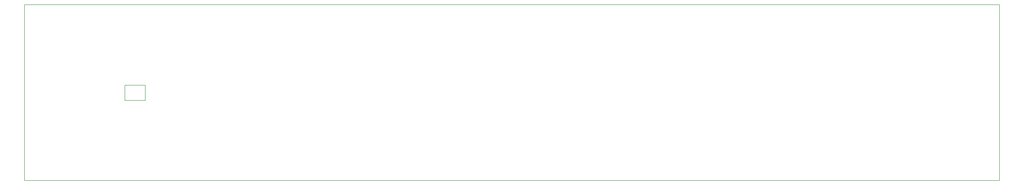
<source format=gm1>
G04*
G04 #@! TF.GenerationSoftware,Altium Limited,Altium Designer,19.0.10 (269)*
G04*
G04 Layer_Color=16711935*
%FSLAX25Y25*%
%MOIN*%
G70*
G01*
G75*
%ADD10C,0.00591*%
D10*
X195079Y163977D02*
X226575D01*
Y187599D01*
X195079D02*
X226575D01*
X195079Y163977D02*
Y187599D01*
X39370Y39370D02*
Y312992D01*
X1551181D01*
Y39370D02*
Y312992D01*
X39370Y39370D02*
X1551181D01*
X195079Y163977D02*
X226575D01*
Y187599D01*
X195079D02*
X226575D01*
X195079Y163977D02*
Y187599D01*
X39370Y39370D02*
Y312992D01*
X1551181D01*
Y39370D02*
Y312992D01*
X39370Y39370D02*
X1551181D01*
M02*

</source>
